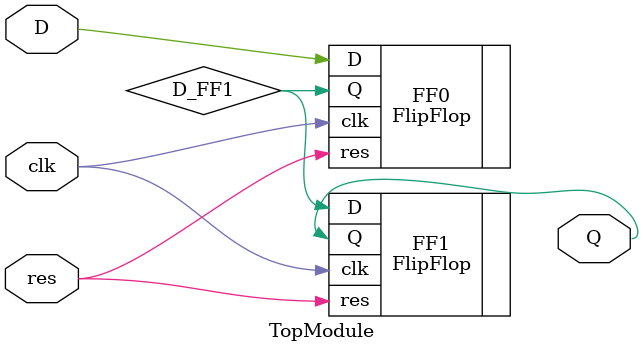
<source format=sv>
module TopModule(
        input clk,
        input res,
        input D,
        output reg Q
    );
    
reg D_FF1;
    
FlipFlop FF0   (
                .clk(clk),
                .res(res),
                .D(D),
                .Q(D_FF1)
                );
                
FlipFlop FF1   (
                .clk(clk),
                .res(res),
                .D(D_FF1),
                .Q(Q)
                );
    
endmodule

</source>
